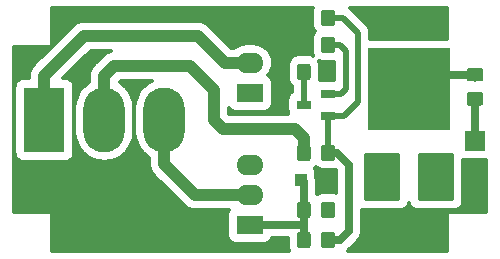
<source format=gbr>
G04 #@! TF.GenerationSoftware,KiCad,Pcbnew,(5.1.2)-2*
G04 #@! TF.CreationDate,2019-11-06T08:40:08+07:00*
G04 #@! TF.ProjectId,ph_vresistor_pos_sensor_board_hw,70685f76-7265-4736-9973-746f725f706f,rev?*
G04 #@! TF.SameCoordinates,Original*
G04 #@! TF.FileFunction,Copper,L1,Top*
G04 #@! TF.FilePolarity,Positive*
%FSLAX46Y46*%
G04 Gerber Fmt 4.6, Leading zero omitted, Abs format (unit mm)*
G04 Created by KiCad (PCBNEW (5.1.2)-2) date 2019-11-06 08:40:08*
%MOMM*%
%LPD*%
G04 APERTURE LIST*
%ADD10R,2.300000X1.624000*%
%ADD11O,2.300000X1.724000*%
%ADD12C,0.100000*%
%ADD13C,1.150000*%
%ADD14R,1.000000X1.000000*%
%ADD15R,2.000000X3.500000*%
%ADD16R,7.000000X7.000000*%
%ADD17C,1.100000*%
%ADD18R,1.700000X1.700000*%
%ADD19O,1.700000X1.700000*%
%ADD20R,3.500000X5.500000*%
%ADD21O,3.500000X5.500000*%
%ADD22R,1.254000X0.800100*%
%ADD23C,1.000000*%
%ADD24C,0.700000*%
%ADD25C,0.500000*%
%ADD26C,1.000000*%
%ADD27C,0.325000*%
G04 APERTURE END LIST*
D10*
X104394000Y-91694000D03*
D11*
X104394000Y-89154000D03*
X104394000Y-86614000D03*
X104394000Y-75438000D03*
X104394000Y-77978000D03*
D10*
X104394000Y-80518000D03*
D12*
G36*
X109306505Y-92265204D02*
G01*
X109330773Y-92268804D01*
X109354572Y-92274765D01*
X109377671Y-92283030D01*
X109399850Y-92293520D01*
X109420893Y-92306132D01*
X109440599Y-92320747D01*
X109458777Y-92337223D01*
X109475253Y-92355401D01*
X109489868Y-92375107D01*
X109502480Y-92396150D01*
X109512970Y-92418329D01*
X109521235Y-92441428D01*
X109527196Y-92465227D01*
X109530796Y-92489495D01*
X109532000Y-92513999D01*
X109532000Y-93414001D01*
X109530796Y-93438505D01*
X109527196Y-93462773D01*
X109521235Y-93486572D01*
X109512970Y-93509671D01*
X109502480Y-93531850D01*
X109489868Y-93552893D01*
X109475253Y-93572599D01*
X109458777Y-93590777D01*
X109440599Y-93607253D01*
X109420893Y-93621868D01*
X109399850Y-93634480D01*
X109377671Y-93644970D01*
X109354572Y-93653235D01*
X109330773Y-93659196D01*
X109306505Y-93662796D01*
X109282001Y-93664000D01*
X108631999Y-93664000D01*
X108607495Y-93662796D01*
X108583227Y-93659196D01*
X108559428Y-93653235D01*
X108536329Y-93644970D01*
X108514150Y-93634480D01*
X108493107Y-93621868D01*
X108473401Y-93607253D01*
X108455223Y-93590777D01*
X108438747Y-93572599D01*
X108424132Y-93552893D01*
X108411520Y-93531850D01*
X108401030Y-93509671D01*
X108392765Y-93486572D01*
X108386804Y-93462773D01*
X108383204Y-93438505D01*
X108382000Y-93414001D01*
X108382000Y-92513999D01*
X108383204Y-92489495D01*
X108386804Y-92465227D01*
X108392765Y-92441428D01*
X108401030Y-92418329D01*
X108411520Y-92396150D01*
X108424132Y-92375107D01*
X108438747Y-92355401D01*
X108455223Y-92337223D01*
X108473401Y-92320747D01*
X108493107Y-92306132D01*
X108514150Y-92293520D01*
X108536329Y-92283030D01*
X108559428Y-92274765D01*
X108583227Y-92268804D01*
X108607495Y-92265204D01*
X108631999Y-92264000D01*
X109282001Y-92264000D01*
X109306505Y-92265204D01*
X109306505Y-92265204D01*
G37*
D13*
X108957000Y-92964000D03*
D12*
G36*
X111356505Y-92265204D02*
G01*
X111380773Y-92268804D01*
X111404572Y-92274765D01*
X111427671Y-92283030D01*
X111449850Y-92293520D01*
X111470893Y-92306132D01*
X111490599Y-92320747D01*
X111508777Y-92337223D01*
X111525253Y-92355401D01*
X111539868Y-92375107D01*
X111552480Y-92396150D01*
X111562970Y-92418329D01*
X111571235Y-92441428D01*
X111577196Y-92465227D01*
X111580796Y-92489495D01*
X111582000Y-92513999D01*
X111582000Y-93414001D01*
X111580796Y-93438505D01*
X111577196Y-93462773D01*
X111571235Y-93486572D01*
X111562970Y-93509671D01*
X111552480Y-93531850D01*
X111539868Y-93552893D01*
X111525253Y-93572599D01*
X111508777Y-93590777D01*
X111490599Y-93607253D01*
X111470893Y-93621868D01*
X111449850Y-93634480D01*
X111427671Y-93644970D01*
X111404572Y-93653235D01*
X111380773Y-93659196D01*
X111356505Y-93662796D01*
X111332001Y-93664000D01*
X110681999Y-93664000D01*
X110657495Y-93662796D01*
X110633227Y-93659196D01*
X110609428Y-93653235D01*
X110586329Y-93644970D01*
X110564150Y-93634480D01*
X110543107Y-93621868D01*
X110523401Y-93607253D01*
X110505223Y-93590777D01*
X110488747Y-93572599D01*
X110474132Y-93552893D01*
X110461520Y-93531850D01*
X110451030Y-93509671D01*
X110442765Y-93486572D01*
X110436804Y-93462773D01*
X110433204Y-93438505D01*
X110432000Y-93414001D01*
X110432000Y-92513999D01*
X110433204Y-92489495D01*
X110436804Y-92465227D01*
X110442765Y-92441428D01*
X110451030Y-92418329D01*
X110461520Y-92396150D01*
X110474132Y-92375107D01*
X110488747Y-92355401D01*
X110505223Y-92337223D01*
X110523401Y-92320747D01*
X110543107Y-92306132D01*
X110564150Y-92293520D01*
X110586329Y-92283030D01*
X110609428Y-92274765D01*
X110633227Y-92268804D01*
X110657495Y-92265204D01*
X110681999Y-92264000D01*
X111332001Y-92264000D01*
X111356505Y-92265204D01*
X111356505Y-92265204D01*
G37*
D13*
X111007000Y-92964000D03*
D12*
G36*
X109306505Y-73469204D02*
G01*
X109330773Y-73472804D01*
X109354572Y-73478765D01*
X109377671Y-73487030D01*
X109399850Y-73497520D01*
X109420893Y-73510132D01*
X109440599Y-73524747D01*
X109458777Y-73541223D01*
X109475253Y-73559401D01*
X109489868Y-73579107D01*
X109502480Y-73600150D01*
X109512970Y-73622329D01*
X109521235Y-73645428D01*
X109527196Y-73669227D01*
X109530796Y-73693495D01*
X109532000Y-73717999D01*
X109532000Y-74618001D01*
X109530796Y-74642505D01*
X109527196Y-74666773D01*
X109521235Y-74690572D01*
X109512970Y-74713671D01*
X109502480Y-74735850D01*
X109489868Y-74756893D01*
X109475253Y-74776599D01*
X109458777Y-74794777D01*
X109440599Y-74811253D01*
X109420893Y-74825868D01*
X109399850Y-74838480D01*
X109377671Y-74848970D01*
X109354572Y-74857235D01*
X109330773Y-74863196D01*
X109306505Y-74866796D01*
X109282001Y-74868000D01*
X108631999Y-74868000D01*
X108607495Y-74866796D01*
X108583227Y-74863196D01*
X108559428Y-74857235D01*
X108536329Y-74848970D01*
X108514150Y-74838480D01*
X108493107Y-74825868D01*
X108473401Y-74811253D01*
X108455223Y-74794777D01*
X108438747Y-74776599D01*
X108424132Y-74756893D01*
X108411520Y-74735850D01*
X108401030Y-74713671D01*
X108392765Y-74690572D01*
X108386804Y-74666773D01*
X108383204Y-74642505D01*
X108382000Y-74618001D01*
X108382000Y-73717999D01*
X108383204Y-73693495D01*
X108386804Y-73669227D01*
X108392765Y-73645428D01*
X108401030Y-73622329D01*
X108411520Y-73600150D01*
X108424132Y-73579107D01*
X108438747Y-73559401D01*
X108455223Y-73541223D01*
X108473401Y-73524747D01*
X108493107Y-73510132D01*
X108514150Y-73497520D01*
X108536329Y-73487030D01*
X108559428Y-73478765D01*
X108583227Y-73472804D01*
X108607495Y-73469204D01*
X108631999Y-73468000D01*
X109282001Y-73468000D01*
X109306505Y-73469204D01*
X109306505Y-73469204D01*
G37*
D13*
X108957000Y-74168000D03*
D12*
G36*
X111356505Y-73469204D02*
G01*
X111380773Y-73472804D01*
X111404572Y-73478765D01*
X111427671Y-73487030D01*
X111449850Y-73497520D01*
X111470893Y-73510132D01*
X111490599Y-73524747D01*
X111508777Y-73541223D01*
X111525253Y-73559401D01*
X111539868Y-73579107D01*
X111552480Y-73600150D01*
X111562970Y-73622329D01*
X111571235Y-73645428D01*
X111577196Y-73669227D01*
X111580796Y-73693495D01*
X111582000Y-73717999D01*
X111582000Y-74618001D01*
X111580796Y-74642505D01*
X111577196Y-74666773D01*
X111571235Y-74690572D01*
X111562970Y-74713671D01*
X111552480Y-74735850D01*
X111539868Y-74756893D01*
X111525253Y-74776599D01*
X111508777Y-74794777D01*
X111490599Y-74811253D01*
X111470893Y-74825868D01*
X111449850Y-74838480D01*
X111427671Y-74848970D01*
X111404572Y-74857235D01*
X111380773Y-74863196D01*
X111356505Y-74866796D01*
X111332001Y-74868000D01*
X110681999Y-74868000D01*
X110657495Y-74866796D01*
X110633227Y-74863196D01*
X110609428Y-74857235D01*
X110586329Y-74848970D01*
X110564150Y-74838480D01*
X110543107Y-74825868D01*
X110523401Y-74811253D01*
X110505223Y-74794777D01*
X110488747Y-74776599D01*
X110474132Y-74756893D01*
X110461520Y-74735850D01*
X110451030Y-74713671D01*
X110442765Y-74690572D01*
X110436804Y-74666773D01*
X110433204Y-74642505D01*
X110432000Y-74618001D01*
X110432000Y-73717999D01*
X110433204Y-73693495D01*
X110436804Y-73669227D01*
X110442765Y-73645428D01*
X110451030Y-73622329D01*
X110461520Y-73600150D01*
X110474132Y-73579107D01*
X110488747Y-73559401D01*
X110505223Y-73541223D01*
X110523401Y-73524747D01*
X110543107Y-73510132D01*
X110564150Y-73497520D01*
X110586329Y-73487030D01*
X110609428Y-73478765D01*
X110633227Y-73472804D01*
X110657495Y-73469204D01*
X110681999Y-73468000D01*
X111332001Y-73468000D01*
X111356505Y-73469204D01*
X111356505Y-73469204D01*
G37*
D13*
X111007000Y-74168000D03*
D12*
G36*
X109306505Y-78041204D02*
G01*
X109330773Y-78044804D01*
X109354572Y-78050765D01*
X109377671Y-78059030D01*
X109399850Y-78069520D01*
X109420893Y-78082132D01*
X109440599Y-78096747D01*
X109458777Y-78113223D01*
X109475253Y-78131401D01*
X109489868Y-78151107D01*
X109502480Y-78172150D01*
X109512970Y-78194329D01*
X109521235Y-78217428D01*
X109527196Y-78241227D01*
X109530796Y-78265495D01*
X109532000Y-78289999D01*
X109532000Y-79190001D01*
X109530796Y-79214505D01*
X109527196Y-79238773D01*
X109521235Y-79262572D01*
X109512970Y-79285671D01*
X109502480Y-79307850D01*
X109489868Y-79328893D01*
X109475253Y-79348599D01*
X109458777Y-79366777D01*
X109440599Y-79383253D01*
X109420893Y-79397868D01*
X109399850Y-79410480D01*
X109377671Y-79420970D01*
X109354572Y-79429235D01*
X109330773Y-79435196D01*
X109306505Y-79438796D01*
X109282001Y-79440000D01*
X108631999Y-79440000D01*
X108607495Y-79438796D01*
X108583227Y-79435196D01*
X108559428Y-79429235D01*
X108536329Y-79420970D01*
X108514150Y-79410480D01*
X108493107Y-79397868D01*
X108473401Y-79383253D01*
X108455223Y-79366777D01*
X108438747Y-79348599D01*
X108424132Y-79328893D01*
X108411520Y-79307850D01*
X108401030Y-79285671D01*
X108392765Y-79262572D01*
X108386804Y-79238773D01*
X108383204Y-79214505D01*
X108382000Y-79190001D01*
X108382000Y-78289999D01*
X108383204Y-78265495D01*
X108386804Y-78241227D01*
X108392765Y-78217428D01*
X108401030Y-78194329D01*
X108411520Y-78172150D01*
X108424132Y-78151107D01*
X108438747Y-78131401D01*
X108455223Y-78113223D01*
X108473401Y-78096747D01*
X108493107Y-78082132D01*
X108514150Y-78069520D01*
X108536329Y-78059030D01*
X108559428Y-78050765D01*
X108583227Y-78044804D01*
X108607495Y-78041204D01*
X108631999Y-78040000D01*
X109282001Y-78040000D01*
X109306505Y-78041204D01*
X109306505Y-78041204D01*
G37*
D13*
X108957000Y-78740000D03*
D12*
G36*
X111356505Y-78041204D02*
G01*
X111380773Y-78044804D01*
X111404572Y-78050765D01*
X111427671Y-78059030D01*
X111449850Y-78069520D01*
X111470893Y-78082132D01*
X111490599Y-78096747D01*
X111508777Y-78113223D01*
X111525253Y-78131401D01*
X111539868Y-78151107D01*
X111552480Y-78172150D01*
X111562970Y-78194329D01*
X111571235Y-78217428D01*
X111577196Y-78241227D01*
X111580796Y-78265495D01*
X111582000Y-78289999D01*
X111582000Y-79190001D01*
X111580796Y-79214505D01*
X111577196Y-79238773D01*
X111571235Y-79262572D01*
X111562970Y-79285671D01*
X111552480Y-79307850D01*
X111539868Y-79328893D01*
X111525253Y-79348599D01*
X111508777Y-79366777D01*
X111490599Y-79383253D01*
X111470893Y-79397868D01*
X111449850Y-79410480D01*
X111427671Y-79420970D01*
X111404572Y-79429235D01*
X111380773Y-79435196D01*
X111356505Y-79438796D01*
X111332001Y-79440000D01*
X110681999Y-79440000D01*
X110657495Y-79438796D01*
X110633227Y-79435196D01*
X110609428Y-79429235D01*
X110586329Y-79420970D01*
X110564150Y-79410480D01*
X110543107Y-79397868D01*
X110523401Y-79383253D01*
X110505223Y-79366777D01*
X110488747Y-79348599D01*
X110474132Y-79328893D01*
X110461520Y-79307850D01*
X110451030Y-79285671D01*
X110442765Y-79262572D01*
X110436804Y-79238773D01*
X110433204Y-79214505D01*
X110432000Y-79190001D01*
X110432000Y-78289999D01*
X110433204Y-78265495D01*
X110436804Y-78241227D01*
X110442765Y-78217428D01*
X110451030Y-78194329D01*
X110461520Y-78172150D01*
X110474132Y-78151107D01*
X110488747Y-78131401D01*
X110505223Y-78113223D01*
X110523401Y-78096747D01*
X110543107Y-78082132D01*
X110564150Y-78069520D01*
X110586329Y-78059030D01*
X110609428Y-78050765D01*
X110633227Y-78044804D01*
X110657495Y-78041204D01*
X110681999Y-78040000D01*
X111332001Y-78040000D01*
X111356505Y-78041204D01*
X111356505Y-78041204D01*
G37*
D13*
X111007000Y-78740000D03*
D14*
X108732000Y-87884000D03*
X111232000Y-87884000D03*
D12*
G36*
X123918505Y-78411204D02*
G01*
X123942773Y-78414804D01*
X123966572Y-78420765D01*
X123989671Y-78429030D01*
X124011850Y-78439520D01*
X124032893Y-78452132D01*
X124052599Y-78466747D01*
X124070777Y-78483223D01*
X124087253Y-78501401D01*
X124101868Y-78521107D01*
X124114480Y-78542150D01*
X124124970Y-78564329D01*
X124133235Y-78587428D01*
X124139196Y-78611227D01*
X124142796Y-78635495D01*
X124144000Y-78659999D01*
X124144000Y-79310001D01*
X124142796Y-79334505D01*
X124139196Y-79358773D01*
X124133235Y-79382572D01*
X124124970Y-79405671D01*
X124114480Y-79427850D01*
X124101868Y-79448893D01*
X124087253Y-79468599D01*
X124070777Y-79486777D01*
X124052599Y-79503253D01*
X124032893Y-79517868D01*
X124011850Y-79530480D01*
X123989671Y-79540970D01*
X123966572Y-79549235D01*
X123942773Y-79555196D01*
X123918505Y-79558796D01*
X123894001Y-79560000D01*
X122993999Y-79560000D01*
X122969495Y-79558796D01*
X122945227Y-79555196D01*
X122921428Y-79549235D01*
X122898329Y-79540970D01*
X122876150Y-79530480D01*
X122855107Y-79517868D01*
X122835401Y-79503253D01*
X122817223Y-79486777D01*
X122800747Y-79468599D01*
X122786132Y-79448893D01*
X122773520Y-79427850D01*
X122763030Y-79405671D01*
X122754765Y-79382572D01*
X122748804Y-79358773D01*
X122745204Y-79334505D01*
X122744000Y-79310001D01*
X122744000Y-78659999D01*
X122745204Y-78635495D01*
X122748804Y-78611227D01*
X122754765Y-78587428D01*
X122763030Y-78564329D01*
X122773520Y-78542150D01*
X122786132Y-78521107D01*
X122800747Y-78501401D01*
X122817223Y-78483223D01*
X122835401Y-78466747D01*
X122855107Y-78452132D01*
X122876150Y-78439520D01*
X122898329Y-78429030D01*
X122921428Y-78420765D01*
X122945227Y-78414804D01*
X122969495Y-78411204D01*
X122993999Y-78410000D01*
X123894001Y-78410000D01*
X123918505Y-78411204D01*
X123918505Y-78411204D01*
G37*
D13*
X123444000Y-78985000D03*
D12*
G36*
X123918505Y-80461204D02*
G01*
X123942773Y-80464804D01*
X123966572Y-80470765D01*
X123989671Y-80479030D01*
X124011850Y-80489520D01*
X124032893Y-80502132D01*
X124052599Y-80516747D01*
X124070777Y-80533223D01*
X124087253Y-80551401D01*
X124101868Y-80571107D01*
X124114480Y-80592150D01*
X124124970Y-80614329D01*
X124133235Y-80637428D01*
X124139196Y-80661227D01*
X124142796Y-80685495D01*
X124144000Y-80709999D01*
X124144000Y-81360001D01*
X124142796Y-81384505D01*
X124139196Y-81408773D01*
X124133235Y-81432572D01*
X124124970Y-81455671D01*
X124114480Y-81477850D01*
X124101868Y-81498893D01*
X124087253Y-81518599D01*
X124070777Y-81536777D01*
X124052599Y-81553253D01*
X124032893Y-81567868D01*
X124011850Y-81580480D01*
X123989671Y-81590970D01*
X123966572Y-81599235D01*
X123942773Y-81605196D01*
X123918505Y-81608796D01*
X123894001Y-81610000D01*
X122993999Y-81610000D01*
X122969495Y-81608796D01*
X122945227Y-81605196D01*
X122921428Y-81599235D01*
X122898329Y-81590970D01*
X122876150Y-81580480D01*
X122855107Y-81567868D01*
X122835401Y-81553253D01*
X122817223Y-81536777D01*
X122800747Y-81518599D01*
X122786132Y-81498893D01*
X122773520Y-81477850D01*
X122763030Y-81455671D01*
X122754765Y-81432572D01*
X122748804Y-81408773D01*
X122745204Y-81384505D01*
X122744000Y-81360001D01*
X122744000Y-80709999D01*
X122745204Y-80685495D01*
X122748804Y-80661227D01*
X122754765Y-80637428D01*
X122763030Y-80614329D01*
X122773520Y-80592150D01*
X122786132Y-80571107D01*
X122800747Y-80551401D01*
X122817223Y-80533223D01*
X122835401Y-80516747D01*
X122855107Y-80502132D01*
X122876150Y-80489520D01*
X122898329Y-80479030D01*
X122921428Y-80470765D01*
X122945227Y-80464804D01*
X122969495Y-80461204D01*
X122993999Y-80460000D01*
X123894001Y-80460000D01*
X123918505Y-80461204D01*
X123918505Y-80461204D01*
G37*
D13*
X123444000Y-81035000D03*
D12*
G36*
X109306505Y-89725204D02*
G01*
X109330773Y-89728804D01*
X109354572Y-89734765D01*
X109377671Y-89743030D01*
X109399850Y-89753520D01*
X109420893Y-89766132D01*
X109440599Y-89780747D01*
X109458777Y-89797223D01*
X109475253Y-89815401D01*
X109489868Y-89835107D01*
X109502480Y-89856150D01*
X109512970Y-89878329D01*
X109521235Y-89901428D01*
X109527196Y-89925227D01*
X109530796Y-89949495D01*
X109532000Y-89973999D01*
X109532000Y-90874001D01*
X109530796Y-90898505D01*
X109527196Y-90922773D01*
X109521235Y-90946572D01*
X109512970Y-90969671D01*
X109502480Y-90991850D01*
X109489868Y-91012893D01*
X109475253Y-91032599D01*
X109458777Y-91050777D01*
X109440599Y-91067253D01*
X109420893Y-91081868D01*
X109399850Y-91094480D01*
X109377671Y-91104970D01*
X109354572Y-91113235D01*
X109330773Y-91119196D01*
X109306505Y-91122796D01*
X109282001Y-91124000D01*
X108631999Y-91124000D01*
X108607495Y-91122796D01*
X108583227Y-91119196D01*
X108559428Y-91113235D01*
X108536329Y-91104970D01*
X108514150Y-91094480D01*
X108493107Y-91081868D01*
X108473401Y-91067253D01*
X108455223Y-91050777D01*
X108438747Y-91032599D01*
X108424132Y-91012893D01*
X108411520Y-90991850D01*
X108401030Y-90969671D01*
X108392765Y-90946572D01*
X108386804Y-90922773D01*
X108383204Y-90898505D01*
X108382000Y-90874001D01*
X108382000Y-89973999D01*
X108383204Y-89949495D01*
X108386804Y-89925227D01*
X108392765Y-89901428D01*
X108401030Y-89878329D01*
X108411520Y-89856150D01*
X108424132Y-89835107D01*
X108438747Y-89815401D01*
X108455223Y-89797223D01*
X108473401Y-89780747D01*
X108493107Y-89766132D01*
X108514150Y-89753520D01*
X108536329Y-89743030D01*
X108559428Y-89734765D01*
X108583227Y-89728804D01*
X108607495Y-89725204D01*
X108631999Y-89724000D01*
X109282001Y-89724000D01*
X109306505Y-89725204D01*
X109306505Y-89725204D01*
G37*
D13*
X108957000Y-90424000D03*
D12*
G36*
X111356505Y-89725204D02*
G01*
X111380773Y-89728804D01*
X111404572Y-89734765D01*
X111427671Y-89743030D01*
X111449850Y-89753520D01*
X111470893Y-89766132D01*
X111490599Y-89780747D01*
X111508777Y-89797223D01*
X111525253Y-89815401D01*
X111539868Y-89835107D01*
X111552480Y-89856150D01*
X111562970Y-89878329D01*
X111571235Y-89901428D01*
X111577196Y-89925227D01*
X111580796Y-89949495D01*
X111582000Y-89973999D01*
X111582000Y-90874001D01*
X111580796Y-90898505D01*
X111577196Y-90922773D01*
X111571235Y-90946572D01*
X111562970Y-90969671D01*
X111552480Y-90991850D01*
X111539868Y-91012893D01*
X111525253Y-91032599D01*
X111508777Y-91050777D01*
X111490599Y-91067253D01*
X111470893Y-91081868D01*
X111449850Y-91094480D01*
X111427671Y-91104970D01*
X111404572Y-91113235D01*
X111380773Y-91119196D01*
X111356505Y-91122796D01*
X111332001Y-91124000D01*
X110681999Y-91124000D01*
X110657495Y-91122796D01*
X110633227Y-91119196D01*
X110609428Y-91113235D01*
X110586329Y-91104970D01*
X110564150Y-91094480D01*
X110543107Y-91081868D01*
X110523401Y-91067253D01*
X110505223Y-91050777D01*
X110488747Y-91032599D01*
X110474132Y-91012893D01*
X110461520Y-90991850D01*
X110451030Y-90969671D01*
X110442765Y-90946572D01*
X110436804Y-90922773D01*
X110433204Y-90898505D01*
X110432000Y-90874001D01*
X110432000Y-89973999D01*
X110433204Y-89949495D01*
X110436804Y-89925227D01*
X110442765Y-89901428D01*
X110451030Y-89878329D01*
X110461520Y-89856150D01*
X110474132Y-89835107D01*
X110488747Y-89815401D01*
X110505223Y-89797223D01*
X110523401Y-89780747D01*
X110543107Y-89766132D01*
X110564150Y-89753520D01*
X110586329Y-89743030D01*
X110609428Y-89734765D01*
X110633227Y-89728804D01*
X110657495Y-89725204D01*
X110681999Y-89724000D01*
X111332001Y-89724000D01*
X111356505Y-89725204D01*
X111356505Y-89725204D01*
G37*
D13*
X111007000Y-90424000D03*
D12*
G36*
X109306505Y-75755204D02*
G01*
X109330773Y-75758804D01*
X109354572Y-75764765D01*
X109377671Y-75773030D01*
X109399850Y-75783520D01*
X109420893Y-75796132D01*
X109440599Y-75810747D01*
X109458777Y-75827223D01*
X109475253Y-75845401D01*
X109489868Y-75865107D01*
X109502480Y-75886150D01*
X109512970Y-75908329D01*
X109521235Y-75931428D01*
X109527196Y-75955227D01*
X109530796Y-75979495D01*
X109532000Y-76003999D01*
X109532000Y-76904001D01*
X109530796Y-76928505D01*
X109527196Y-76952773D01*
X109521235Y-76976572D01*
X109512970Y-76999671D01*
X109502480Y-77021850D01*
X109489868Y-77042893D01*
X109475253Y-77062599D01*
X109458777Y-77080777D01*
X109440599Y-77097253D01*
X109420893Y-77111868D01*
X109399850Y-77124480D01*
X109377671Y-77134970D01*
X109354572Y-77143235D01*
X109330773Y-77149196D01*
X109306505Y-77152796D01*
X109282001Y-77154000D01*
X108631999Y-77154000D01*
X108607495Y-77152796D01*
X108583227Y-77149196D01*
X108559428Y-77143235D01*
X108536329Y-77134970D01*
X108514150Y-77124480D01*
X108493107Y-77111868D01*
X108473401Y-77097253D01*
X108455223Y-77080777D01*
X108438747Y-77062599D01*
X108424132Y-77042893D01*
X108411520Y-77021850D01*
X108401030Y-76999671D01*
X108392765Y-76976572D01*
X108386804Y-76952773D01*
X108383204Y-76928505D01*
X108382000Y-76904001D01*
X108382000Y-76003999D01*
X108383204Y-75979495D01*
X108386804Y-75955227D01*
X108392765Y-75931428D01*
X108401030Y-75908329D01*
X108411520Y-75886150D01*
X108424132Y-75865107D01*
X108438747Y-75845401D01*
X108455223Y-75827223D01*
X108473401Y-75810747D01*
X108493107Y-75796132D01*
X108514150Y-75783520D01*
X108536329Y-75773030D01*
X108559428Y-75764765D01*
X108583227Y-75758804D01*
X108607495Y-75755204D01*
X108631999Y-75754000D01*
X109282001Y-75754000D01*
X109306505Y-75755204D01*
X109306505Y-75755204D01*
G37*
D13*
X108957000Y-76454000D03*
D12*
G36*
X111356505Y-75755204D02*
G01*
X111380773Y-75758804D01*
X111404572Y-75764765D01*
X111427671Y-75773030D01*
X111449850Y-75783520D01*
X111470893Y-75796132D01*
X111490599Y-75810747D01*
X111508777Y-75827223D01*
X111525253Y-75845401D01*
X111539868Y-75865107D01*
X111552480Y-75886150D01*
X111562970Y-75908329D01*
X111571235Y-75931428D01*
X111577196Y-75955227D01*
X111580796Y-75979495D01*
X111582000Y-76003999D01*
X111582000Y-76904001D01*
X111580796Y-76928505D01*
X111577196Y-76952773D01*
X111571235Y-76976572D01*
X111562970Y-76999671D01*
X111552480Y-77021850D01*
X111539868Y-77042893D01*
X111525253Y-77062599D01*
X111508777Y-77080777D01*
X111490599Y-77097253D01*
X111470893Y-77111868D01*
X111449850Y-77124480D01*
X111427671Y-77134970D01*
X111404572Y-77143235D01*
X111380773Y-77149196D01*
X111356505Y-77152796D01*
X111332001Y-77154000D01*
X110681999Y-77154000D01*
X110657495Y-77152796D01*
X110633227Y-77149196D01*
X110609428Y-77143235D01*
X110586329Y-77134970D01*
X110564150Y-77124480D01*
X110543107Y-77111868D01*
X110523401Y-77097253D01*
X110505223Y-77080777D01*
X110488747Y-77062599D01*
X110474132Y-77042893D01*
X110461520Y-77021850D01*
X110451030Y-76999671D01*
X110442765Y-76976572D01*
X110436804Y-76952773D01*
X110433204Y-76928505D01*
X110432000Y-76904001D01*
X110432000Y-76003999D01*
X110433204Y-75979495D01*
X110436804Y-75955227D01*
X110442765Y-75931428D01*
X110451030Y-75908329D01*
X110461520Y-75886150D01*
X110474132Y-75865107D01*
X110488747Y-75845401D01*
X110505223Y-75827223D01*
X110523401Y-75810747D01*
X110543107Y-75796132D01*
X110564150Y-75783520D01*
X110586329Y-75773030D01*
X110609428Y-75764765D01*
X110633227Y-75758804D01*
X110657495Y-75755204D01*
X110681999Y-75754000D01*
X111332001Y-75754000D01*
X111356505Y-75755204D01*
X111356505Y-75755204D01*
G37*
D13*
X111007000Y-76454000D03*
D12*
G36*
X109306505Y-84899204D02*
G01*
X109330773Y-84902804D01*
X109354572Y-84908765D01*
X109377671Y-84917030D01*
X109399850Y-84927520D01*
X109420893Y-84940132D01*
X109440599Y-84954747D01*
X109458777Y-84971223D01*
X109475253Y-84989401D01*
X109489868Y-85009107D01*
X109502480Y-85030150D01*
X109512970Y-85052329D01*
X109521235Y-85075428D01*
X109527196Y-85099227D01*
X109530796Y-85123495D01*
X109532000Y-85147999D01*
X109532000Y-86048001D01*
X109530796Y-86072505D01*
X109527196Y-86096773D01*
X109521235Y-86120572D01*
X109512970Y-86143671D01*
X109502480Y-86165850D01*
X109489868Y-86186893D01*
X109475253Y-86206599D01*
X109458777Y-86224777D01*
X109440599Y-86241253D01*
X109420893Y-86255868D01*
X109399850Y-86268480D01*
X109377671Y-86278970D01*
X109354572Y-86287235D01*
X109330773Y-86293196D01*
X109306505Y-86296796D01*
X109282001Y-86298000D01*
X108631999Y-86298000D01*
X108607495Y-86296796D01*
X108583227Y-86293196D01*
X108559428Y-86287235D01*
X108536329Y-86278970D01*
X108514150Y-86268480D01*
X108493107Y-86255868D01*
X108473401Y-86241253D01*
X108455223Y-86224777D01*
X108438747Y-86206599D01*
X108424132Y-86186893D01*
X108411520Y-86165850D01*
X108401030Y-86143671D01*
X108392765Y-86120572D01*
X108386804Y-86096773D01*
X108383204Y-86072505D01*
X108382000Y-86048001D01*
X108382000Y-85147999D01*
X108383204Y-85123495D01*
X108386804Y-85099227D01*
X108392765Y-85075428D01*
X108401030Y-85052329D01*
X108411520Y-85030150D01*
X108424132Y-85009107D01*
X108438747Y-84989401D01*
X108455223Y-84971223D01*
X108473401Y-84954747D01*
X108493107Y-84940132D01*
X108514150Y-84927520D01*
X108536329Y-84917030D01*
X108559428Y-84908765D01*
X108583227Y-84902804D01*
X108607495Y-84899204D01*
X108631999Y-84898000D01*
X109282001Y-84898000D01*
X109306505Y-84899204D01*
X109306505Y-84899204D01*
G37*
D13*
X108957000Y-85598000D03*
D12*
G36*
X111356505Y-84899204D02*
G01*
X111380773Y-84902804D01*
X111404572Y-84908765D01*
X111427671Y-84917030D01*
X111449850Y-84927520D01*
X111470893Y-84940132D01*
X111490599Y-84954747D01*
X111508777Y-84971223D01*
X111525253Y-84989401D01*
X111539868Y-85009107D01*
X111552480Y-85030150D01*
X111562970Y-85052329D01*
X111571235Y-85075428D01*
X111577196Y-85099227D01*
X111580796Y-85123495D01*
X111582000Y-85147999D01*
X111582000Y-86048001D01*
X111580796Y-86072505D01*
X111577196Y-86096773D01*
X111571235Y-86120572D01*
X111562970Y-86143671D01*
X111552480Y-86165850D01*
X111539868Y-86186893D01*
X111525253Y-86206599D01*
X111508777Y-86224777D01*
X111490599Y-86241253D01*
X111470893Y-86255868D01*
X111449850Y-86268480D01*
X111427671Y-86278970D01*
X111404572Y-86287235D01*
X111380773Y-86293196D01*
X111356505Y-86296796D01*
X111332001Y-86298000D01*
X110681999Y-86298000D01*
X110657495Y-86296796D01*
X110633227Y-86293196D01*
X110609428Y-86287235D01*
X110586329Y-86278970D01*
X110564150Y-86268480D01*
X110543107Y-86255868D01*
X110523401Y-86241253D01*
X110505223Y-86224777D01*
X110488747Y-86206599D01*
X110474132Y-86186893D01*
X110461520Y-86165850D01*
X110451030Y-86143671D01*
X110442765Y-86120572D01*
X110436804Y-86096773D01*
X110433204Y-86072505D01*
X110432000Y-86048001D01*
X110432000Y-85147999D01*
X110433204Y-85123495D01*
X110436804Y-85099227D01*
X110442765Y-85075428D01*
X110451030Y-85052329D01*
X110461520Y-85030150D01*
X110474132Y-85009107D01*
X110488747Y-84989401D01*
X110505223Y-84971223D01*
X110523401Y-84954747D01*
X110543107Y-84940132D01*
X110564150Y-84927520D01*
X110586329Y-84917030D01*
X110609428Y-84908765D01*
X110633227Y-84902804D01*
X110657495Y-84899204D01*
X110681999Y-84898000D01*
X111332001Y-84898000D01*
X111356505Y-84899204D01*
X111356505Y-84899204D01*
G37*
D13*
X111007000Y-85598000D03*
D15*
X115556000Y-87633000D03*
X120136000Y-87633000D03*
D16*
X117856000Y-80233000D03*
D17*
X115856000Y-82058000D03*
X115856000Y-81058000D03*
X115856000Y-80058000D03*
X115856000Y-79058000D03*
X115856000Y-78058000D03*
X116856000Y-78058000D03*
X116856000Y-79058000D03*
X116856000Y-80058000D03*
X116856000Y-81058000D03*
X116856000Y-82058000D03*
X117856000Y-78058000D03*
X117856000Y-79058000D03*
X117856000Y-80058000D03*
X117856000Y-81058000D03*
X117856000Y-82058000D03*
X118856000Y-78058000D03*
X118856000Y-79058000D03*
X118856000Y-80058000D03*
X118856000Y-81058000D03*
X118856000Y-82058000D03*
X119856000Y-78058000D03*
X119856000Y-79058000D03*
X119856000Y-80058000D03*
X119856000Y-81058000D03*
X119856000Y-82058000D03*
D18*
X123444000Y-84582000D03*
D19*
X123444000Y-87122000D03*
D20*
X86995000Y-82816700D03*
D21*
X92075000Y-82816700D03*
X97155000Y-82816700D03*
D22*
X110982760Y-82484000D03*
X110982760Y-80584000D03*
X108982000Y-81534000D03*
D23*
X116332000Y-88646000D03*
X114808000Y-88646000D03*
X116332000Y-86614000D03*
X114808000Y-86614000D03*
X108712000Y-87884000D03*
X115570000Y-87630000D03*
X119000000Y-93500000D03*
X117750000Y-93500000D03*
X115250000Y-92250000D03*
X116500000Y-93500000D03*
X120250000Y-92250000D03*
X116500000Y-92250000D03*
X115250000Y-93500000D03*
X119000000Y-92250000D03*
X120250000Y-93500000D03*
X117750000Y-92250000D03*
X111252000Y-87884000D03*
X110998000Y-78740000D03*
X85000000Y-77500000D03*
X85000000Y-78750000D03*
X89500000Y-73750000D03*
X90750000Y-73750000D03*
X92000000Y-73750000D03*
X93250000Y-73750000D03*
X94500000Y-73750000D03*
X95750000Y-73750000D03*
X97000000Y-73750000D03*
X98250000Y-73750000D03*
X99500000Y-73750000D03*
X100750000Y-73750000D03*
X120250000Y-73750000D03*
X119000000Y-73750000D03*
X117750000Y-73750000D03*
X116500000Y-73750000D03*
X115250000Y-73750000D03*
X120250000Y-75000000D03*
X119000000Y-75000000D03*
X117750000Y-75000000D03*
X116500000Y-75000000D03*
X115250000Y-75000000D03*
X120904000Y-86614000D03*
X119380000Y-86614000D03*
X110998000Y-90424000D03*
X119380000Y-88646000D03*
X120904000Y-88646000D03*
X120142000Y-87630000D03*
D24*
X104394000Y-91694000D02*
X108957000Y-91694000D01*
X108957000Y-92964000D02*
X108957000Y-90424000D01*
X108957000Y-88109000D02*
X108712000Y-87884000D01*
X108957000Y-90424000D02*
X108957000Y-88109000D01*
X108712000Y-87884000D02*
X108732000Y-87884000D01*
X112014000Y-92964000D02*
X111007000Y-92964000D01*
X112776000Y-92202000D02*
X112014000Y-92964000D01*
X112776000Y-86614000D02*
X112776000Y-92202000D01*
X111007000Y-85598000D02*
X111760000Y-85598000D01*
X111760000Y-85598000D02*
X112776000Y-86614000D01*
D25*
X112334000Y-82484000D02*
X110982760Y-82484000D01*
X113538000Y-81280000D02*
X112334000Y-82484000D01*
X113538000Y-75438000D02*
X113538000Y-81280000D01*
X111007000Y-74168000D02*
X112268000Y-74168000D01*
X112268000Y-74168000D02*
X113538000Y-75438000D01*
X111007000Y-82508240D02*
X110982760Y-82484000D01*
X111007000Y-85598000D02*
X111007000Y-82508240D01*
D24*
X108966000Y-78740000D02*
X108957000Y-78740000D01*
D25*
X108957000Y-81509000D02*
X108982000Y-81534000D01*
X108957000Y-78740000D02*
X108957000Y-81509000D01*
D24*
X119104000Y-78985000D02*
X117856000Y-80233000D01*
X123444000Y-78985000D02*
X119104000Y-78985000D01*
X123444000Y-81035000D02*
X123444000Y-84582000D01*
D25*
X112109760Y-80584000D02*
X110982760Y-80584000D01*
X112522000Y-80171760D02*
X112109760Y-80584000D01*
X112522000Y-76962000D02*
X112522000Y-80171760D01*
X111007000Y-76454000D02*
X112014000Y-76454000D01*
X112014000Y-76454000D02*
X112522000Y-76962000D01*
D26*
X102244000Y-77978000D02*
X104394000Y-77978000D01*
X99958000Y-75692000D02*
X102244000Y-77978000D01*
X90369700Y-75692000D02*
X99958000Y-75692000D01*
X86995000Y-82816700D02*
X86995000Y-79066700D01*
X86995000Y-79066700D02*
X90369700Y-75692000D01*
X108957000Y-84319000D02*
X108957000Y-85598000D01*
X108204000Y-83566000D02*
X108957000Y-84319000D01*
X102108000Y-83566000D02*
X108204000Y-83566000D01*
X92075000Y-82816700D02*
X92075000Y-79066700D01*
X92909700Y-78232000D02*
X99314000Y-78232000D01*
X99314000Y-78232000D02*
X101346000Y-80264000D01*
X101346000Y-80264000D02*
X101346000Y-82804000D01*
X92075000Y-79066700D02*
X92909700Y-78232000D01*
X101346000Y-82804000D02*
X102108000Y-83566000D01*
X102244000Y-89154000D02*
X104394000Y-89154000D01*
X99742300Y-89154000D02*
X102244000Y-89154000D01*
X97155000Y-86566700D02*
X99742300Y-89154000D01*
X97155000Y-82816700D02*
X97155000Y-86566700D01*
D27*
G36*
X116931500Y-89499500D02*
G01*
X114208500Y-89499500D01*
X114208500Y-85760500D01*
X116931500Y-85760500D01*
X116931500Y-89499500D01*
X116931500Y-89499500D01*
G37*
X116931500Y-89499500D02*
X114208500Y-89499500D01*
X114208500Y-85760500D01*
X116931500Y-85760500D01*
X116931500Y-89499500D01*
G36*
X121503500Y-89499500D02*
G01*
X118780500Y-89499500D01*
X118780500Y-85760500D01*
X121503500Y-85760500D01*
X121503500Y-89499500D01*
X121503500Y-89499500D01*
G37*
X121503500Y-89499500D02*
X118780500Y-89499500D01*
X118780500Y-85760500D01*
X121503500Y-85760500D01*
X121503500Y-89499500D01*
G36*
X122594000Y-86223310D02*
G01*
X124294000Y-86223310D01*
X124412501Y-86211639D01*
X124412501Y-90587500D01*
X121250000Y-90587500D01*
X121218298Y-90590622D01*
X121187814Y-90599870D01*
X121159720Y-90614886D01*
X121135095Y-90635095D01*
X121114886Y-90659720D01*
X121099870Y-90687814D01*
X121090622Y-90718298D01*
X121087500Y-90750000D01*
X121087500Y-93904500D01*
X112661047Y-93904500D01*
X112822225Y-93772225D01*
X112857844Y-93728823D01*
X113540823Y-93045844D01*
X113584225Y-93010225D01*
X113681103Y-92892179D01*
X113726372Y-92837019D01*
X113803946Y-92691887D01*
X113831997Y-92639408D01*
X113897041Y-92424989D01*
X113913500Y-92257874D01*
X113913500Y-92257864D01*
X113919002Y-92202000D01*
X113913500Y-92146136D01*
X113913500Y-90436450D01*
X114046000Y-90449500D01*
X117094000Y-90449500D01*
X117247634Y-90434368D01*
X117395363Y-90389555D01*
X117531512Y-90316782D01*
X117650847Y-90218847D01*
X117748782Y-90099512D01*
X117821555Y-89963363D01*
X117856000Y-89849813D01*
X117890445Y-89963363D01*
X117963218Y-90099512D01*
X118061153Y-90218847D01*
X118180488Y-90316782D01*
X118316637Y-90389555D01*
X118464366Y-90434368D01*
X118618000Y-90449500D01*
X121666000Y-90449500D01*
X121819634Y-90434368D01*
X121967363Y-90389555D01*
X122103512Y-90316782D01*
X122222847Y-90218847D01*
X122320782Y-90099512D01*
X122393555Y-89963363D01*
X122438368Y-89815634D01*
X122453500Y-89662000D01*
X122453500Y-86209472D01*
X122594000Y-86223310D01*
X122594000Y-86223310D01*
G37*
X122594000Y-86223310D02*
X124294000Y-86223310D01*
X124412501Y-86211639D01*
X124412501Y-90587500D01*
X121250000Y-90587500D01*
X121218298Y-90590622D01*
X121187814Y-90599870D01*
X121159720Y-90614886D01*
X121135095Y-90635095D01*
X121114886Y-90659720D01*
X121099870Y-90687814D01*
X121090622Y-90718298D01*
X121087500Y-90750000D01*
X121087500Y-93904500D01*
X112661047Y-93904500D01*
X112822225Y-93772225D01*
X112857844Y-93728823D01*
X113540823Y-93045844D01*
X113584225Y-93010225D01*
X113681103Y-92892179D01*
X113726372Y-92837019D01*
X113803946Y-92691887D01*
X113831997Y-92639408D01*
X113897041Y-92424989D01*
X113913500Y-92257874D01*
X113913500Y-92257864D01*
X113919002Y-92202000D01*
X113913500Y-92146136D01*
X113913500Y-90436450D01*
X114046000Y-90449500D01*
X117094000Y-90449500D01*
X117247634Y-90434368D01*
X117395363Y-90389555D01*
X117531512Y-90316782D01*
X117650847Y-90218847D01*
X117748782Y-90099512D01*
X117821555Y-89963363D01*
X117856000Y-89849813D01*
X117890445Y-89963363D01*
X117963218Y-90099512D01*
X118061153Y-90218847D01*
X118180488Y-90316782D01*
X118316637Y-90389555D01*
X118464366Y-90434368D01*
X118618000Y-90449500D01*
X121666000Y-90449500D01*
X121819634Y-90434368D01*
X121967363Y-90389555D01*
X122103512Y-90316782D01*
X122222847Y-90218847D01*
X122320782Y-90099512D01*
X122393555Y-89963363D01*
X122438368Y-89815634D01*
X122453500Y-89662000D01*
X122453500Y-86209472D01*
X122594000Y-86223310D01*
G36*
X109660698Y-73514850D02*
G01*
X109640690Y-73717999D01*
X109640690Y-74618001D01*
X109660698Y-74821150D01*
X109719955Y-75016493D01*
X109816182Y-75196521D01*
X109910132Y-75311000D01*
X109816182Y-75425479D01*
X109719955Y-75605507D01*
X109660698Y-75800850D01*
X109640690Y-76003999D01*
X109640690Y-76904001D01*
X109660698Y-77107150D01*
X109719955Y-77302493D01*
X109754792Y-77367669D01*
X109680493Y-77327955D01*
X109485150Y-77268698D01*
X109282001Y-77248690D01*
X108631999Y-77248690D01*
X108428850Y-77268698D01*
X108233507Y-77327955D01*
X108053479Y-77424182D01*
X107895682Y-77553682D01*
X107766182Y-77711479D01*
X107669955Y-77891507D01*
X107610698Y-78086850D01*
X107590690Y-78289999D01*
X107590690Y-79190001D01*
X107610698Y-79393150D01*
X107669955Y-79588493D01*
X107766182Y-79768521D01*
X107895682Y-79926318D01*
X107919500Y-79945865D01*
X107919501Y-80473793D01*
X107915372Y-80476000D01*
X107795459Y-80574409D01*
X107697050Y-80694322D01*
X107623925Y-80831129D01*
X107578895Y-80979573D01*
X107563690Y-81133950D01*
X107563690Y-81934050D01*
X107578895Y-82088427D01*
X107623925Y-82236871D01*
X107646176Y-82278500D01*
X102641299Y-82278500D01*
X102633500Y-82270701D01*
X102633500Y-81827447D01*
X102684459Y-81889541D01*
X102804372Y-81987950D01*
X102941179Y-82061075D01*
X103089623Y-82106105D01*
X103244000Y-82121310D01*
X105544000Y-82121310D01*
X105698377Y-82106105D01*
X105846821Y-82061075D01*
X105983628Y-81987950D01*
X106103541Y-81889541D01*
X106201950Y-81769628D01*
X106275075Y-81632821D01*
X106320105Y-81484377D01*
X106335310Y-81330000D01*
X106335310Y-79706000D01*
X106320105Y-79551623D01*
X106275075Y-79403179D01*
X106201950Y-79266372D01*
X106103541Y-79146459D01*
X105983628Y-79048050D01*
X105951702Y-79030985D01*
X106060145Y-78898847D01*
X106213313Y-78612291D01*
X106307633Y-78301359D01*
X106339481Y-77978000D01*
X106307633Y-77654641D01*
X106213313Y-77343709D01*
X106060145Y-77057153D01*
X105854016Y-76805984D01*
X105602847Y-76599855D01*
X105316291Y-76446687D01*
X105005359Y-76352367D01*
X104763033Y-76328500D01*
X104024967Y-76328500D01*
X103782641Y-76352367D01*
X103471709Y-76446687D01*
X103185153Y-76599855D01*
X103074702Y-76690500D01*
X102777300Y-76690500D01*
X100913127Y-74826328D01*
X100872805Y-74777195D01*
X100676757Y-74616304D01*
X100453089Y-74496750D01*
X100210394Y-74423130D01*
X100021243Y-74404500D01*
X100021240Y-74404500D01*
X99958000Y-74398271D01*
X99894760Y-74404500D01*
X90432943Y-74404500D01*
X90369700Y-74398271D01*
X90306457Y-74404500D01*
X90117306Y-74423130D01*
X89874611Y-74496750D01*
X89650943Y-74616304D01*
X89454895Y-74777195D01*
X89414577Y-74826323D01*
X86129324Y-78111577D01*
X86080196Y-78151895D01*
X86039881Y-78201020D01*
X85919304Y-78347943D01*
X85799750Y-78571612D01*
X85726131Y-78814307D01*
X85701271Y-79066700D01*
X85707501Y-79129950D01*
X85707501Y-79275390D01*
X85245000Y-79275390D01*
X85090623Y-79290595D01*
X84942179Y-79335625D01*
X84805372Y-79408750D01*
X84685459Y-79507159D01*
X84587050Y-79627072D01*
X84513925Y-79763879D01*
X84468895Y-79912323D01*
X84453690Y-80066700D01*
X84453690Y-85566700D01*
X84468895Y-85721077D01*
X84513925Y-85869521D01*
X84587050Y-86006328D01*
X84685459Y-86126241D01*
X84805372Y-86224650D01*
X84942179Y-86297775D01*
X85090623Y-86342805D01*
X85245000Y-86358010D01*
X88745000Y-86358010D01*
X88899377Y-86342805D01*
X89047821Y-86297775D01*
X89184628Y-86224650D01*
X89304541Y-86126241D01*
X89402950Y-86006328D01*
X89476075Y-85869521D01*
X89521105Y-85721077D01*
X89536310Y-85566700D01*
X89536310Y-80066700D01*
X89521105Y-79912323D01*
X89476075Y-79763879D01*
X89402950Y-79627072D01*
X89304541Y-79507159D01*
X89184628Y-79408750D01*
X89047821Y-79335625D01*
X88899377Y-79290595D01*
X88745000Y-79275390D01*
X88607109Y-79275390D01*
X90903000Y-76979500D01*
X92603341Y-76979500D01*
X92426340Y-77033192D01*
X92414611Y-77036750D01*
X92190942Y-77156304D01*
X92138667Y-77199205D01*
X91994895Y-77317195D01*
X91954573Y-77366328D01*
X91209324Y-78111577D01*
X91160196Y-78151895D01*
X91119881Y-78201020D01*
X90999304Y-78347943D01*
X90879750Y-78571612D01*
X90806131Y-78814307D01*
X90781271Y-79066700D01*
X90787501Y-79129950D01*
X90787501Y-79627643D01*
X90658420Y-79696638D01*
X90272035Y-80013735D01*
X89954938Y-80400121D01*
X89719313Y-80840944D01*
X89574216Y-81319264D01*
X89537500Y-81692050D01*
X89537500Y-83941351D01*
X89574216Y-84314137D01*
X89719313Y-84792457D01*
X89954938Y-85233280D01*
X90272036Y-85619665D01*
X90658421Y-85936762D01*
X91099244Y-86172387D01*
X91577564Y-86317484D01*
X92075000Y-86366477D01*
X92572437Y-86317484D01*
X93050757Y-86172387D01*
X93491580Y-85936762D01*
X93877965Y-85619665D01*
X94195062Y-85233280D01*
X94430687Y-84792457D01*
X94575784Y-84314137D01*
X94612500Y-83941351D01*
X94612500Y-81692049D01*
X94575784Y-81319263D01*
X94430687Y-80840943D01*
X94195062Y-80400120D01*
X93877965Y-80013735D01*
X93491579Y-79696638D01*
X93362500Y-79627644D01*
X93362500Y-79599999D01*
X93442999Y-79519500D01*
X96069822Y-79519500D01*
X95738420Y-79696638D01*
X95352035Y-80013735D01*
X95034938Y-80400121D01*
X94799313Y-80840944D01*
X94654216Y-81319264D01*
X94617500Y-81692050D01*
X94617500Y-83941351D01*
X94654216Y-84314137D01*
X94799313Y-84792457D01*
X95034938Y-85233280D01*
X95352036Y-85619665D01*
X95738421Y-85936762D01*
X95867501Y-86005757D01*
X95867501Y-86503450D01*
X95861271Y-86566700D01*
X95878420Y-86740808D01*
X95886131Y-86819094D01*
X95900624Y-86866870D01*
X95959750Y-87061788D01*
X96079304Y-87285457D01*
X96139249Y-87358500D01*
X96240196Y-87481505D01*
X96289324Y-87521823D01*
X98787177Y-90019677D01*
X98827495Y-90068805D01*
X98988590Y-90201011D01*
X99023543Y-90229696D01*
X99247211Y-90349250D01*
X99489906Y-90422870D01*
X99742300Y-90447729D01*
X99805543Y-90441500D01*
X102586766Y-90441500D01*
X102586050Y-90442372D01*
X102512925Y-90579179D01*
X102467895Y-90727623D01*
X102452690Y-90882000D01*
X102452690Y-92506000D01*
X102467895Y-92660377D01*
X102512925Y-92808821D01*
X102586050Y-92945628D01*
X102684459Y-93065541D01*
X102804372Y-93163950D01*
X102941179Y-93237075D01*
X103089623Y-93282105D01*
X103244000Y-93297310D01*
X105544000Y-93297310D01*
X105698377Y-93282105D01*
X105846821Y-93237075D01*
X105983628Y-93163950D01*
X106103541Y-93065541D01*
X106201950Y-92945628D01*
X106262953Y-92831500D01*
X107590690Y-92831500D01*
X107590690Y-93414001D01*
X107610698Y-93617150D01*
X107669955Y-93812493D01*
X107719134Y-93904500D01*
X87662500Y-93904500D01*
X87662500Y-90750000D01*
X87659378Y-90718298D01*
X87650130Y-90687814D01*
X87635114Y-90659720D01*
X87614905Y-90635095D01*
X87590280Y-90614886D01*
X87562186Y-90599870D01*
X87531702Y-90590622D01*
X87500000Y-90587500D01*
X84403500Y-90587500D01*
X84403500Y-76662500D01*
X87500000Y-76662500D01*
X87531702Y-76659378D01*
X87562186Y-76650130D01*
X87590280Y-76635114D01*
X87614905Y-76614905D01*
X87635114Y-76590280D01*
X87650130Y-76562186D01*
X87659378Y-76531702D01*
X87662500Y-76500000D01*
X87662500Y-73337500D01*
X109714497Y-73337500D01*
X109660698Y-73514850D01*
X109660698Y-73514850D01*
G37*
X109660698Y-73514850D02*
X109640690Y-73717999D01*
X109640690Y-74618001D01*
X109660698Y-74821150D01*
X109719955Y-75016493D01*
X109816182Y-75196521D01*
X109910132Y-75311000D01*
X109816182Y-75425479D01*
X109719955Y-75605507D01*
X109660698Y-75800850D01*
X109640690Y-76003999D01*
X109640690Y-76904001D01*
X109660698Y-77107150D01*
X109719955Y-77302493D01*
X109754792Y-77367669D01*
X109680493Y-77327955D01*
X109485150Y-77268698D01*
X109282001Y-77248690D01*
X108631999Y-77248690D01*
X108428850Y-77268698D01*
X108233507Y-77327955D01*
X108053479Y-77424182D01*
X107895682Y-77553682D01*
X107766182Y-77711479D01*
X107669955Y-77891507D01*
X107610698Y-78086850D01*
X107590690Y-78289999D01*
X107590690Y-79190001D01*
X107610698Y-79393150D01*
X107669955Y-79588493D01*
X107766182Y-79768521D01*
X107895682Y-79926318D01*
X107919500Y-79945865D01*
X107919501Y-80473793D01*
X107915372Y-80476000D01*
X107795459Y-80574409D01*
X107697050Y-80694322D01*
X107623925Y-80831129D01*
X107578895Y-80979573D01*
X107563690Y-81133950D01*
X107563690Y-81934050D01*
X107578895Y-82088427D01*
X107623925Y-82236871D01*
X107646176Y-82278500D01*
X102641299Y-82278500D01*
X102633500Y-82270701D01*
X102633500Y-81827447D01*
X102684459Y-81889541D01*
X102804372Y-81987950D01*
X102941179Y-82061075D01*
X103089623Y-82106105D01*
X103244000Y-82121310D01*
X105544000Y-82121310D01*
X105698377Y-82106105D01*
X105846821Y-82061075D01*
X105983628Y-81987950D01*
X106103541Y-81889541D01*
X106201950Y-81769628D01*
X106275075Y-81632821D01*
X106320105Y-81484377D01*
X106335310Y-81330000D01*
X106335310Y-79706000D01*
X106320105Y-79551623D01*
X106275075Y-79403179D01*
X106201950Y-79266372D01*
X106103541Y-79146459D01*
X105983628Y-79048050D01*
X105951702Y-79030985D01*
X106060145Y-78898847D01*
X106213313Y-78612291D01*
X106307633Y-78301359D01*
X106339481Y-77978000D01*
X106307633Y-77654641D01*
X106213313Y-77343709D01*
X106060145Y-77057153D01*
X105854016Y-76805984D01*
X105602847Y-76599855D01*
X105316291Y-76446687D01*
X105005359Y-76352367D01*
X104763033Y-76328500D01*
X104024967Y-76328500D01*
X103782641Y-76352367D01*
X103471709Y-76446687D01*
X103185153Y-76599855D01*
X103074702Y-76690500D01*
X102777300Y-76690500D01*
X100913127Y-74826328D01*
X100872805Y-74777195D01*
X100676757Y-74616304D01*
X100453089Y-74496750D01*
X100210394Y-74423130D01*
X100021243Y-74404500D01*
X100021240Y-74404500D01*
X99958000Y-74398271D01*
X99894760Y-74404500D01*
X90432943Y-74404500D01*
X90369700Y-74398271D01*
X90306457Y-74404500D01*
X90117306Y-74423130D01*
X89874611Y-74496750D01*
X89650943Y-74616304D01*
X89454895Y-74777195D01*
X89414577Y-74826323D01*
X86129324Y-78111577D01*
X86080196Y-78151895D01*
X86039881Y-78201020D01*
X85919304Y-78347943D01*
X85799750Y-78571612D01*
X85726131Y-78814307D01*
X85701271Y-79066700D01*
X85707501Y-79129950D01*
X85707501Y-79275390D01*
X85245000Y-79275390D01*
X85090623Y-79290595D01*
X84942179Y-79335625D01*
X84805372Y-79408750D01*
X84685459Y-79507159D01*
X84587050Y-79627072D01*
X84513925Y-79763879D01*
X84468895Y-79912323D01*
X84453690Y-80066700D01*
X84453690Y-85566700D01*
X84468895Y-85721077D01*
X84513925Y-85869521D01*
X84587050Y-86006328D01*
X84685459Y-86126241D01*
X84805372Y-86224650D01*
X84942179Y-86297775D01*
X85090623Y-86342805D01*
X85245000Y-86358010D01*
X88745000Y-86358010D01*
X88899377Y-86342805D01*
X89047821Y-86297775D01*
X89184628Y-86224650D01*
X89304541Y-86126241D01*
X89402950Y-86006328D01*
X89476075Y-85869521D01*
X89521105Y-85721077D01*
X89536310Y-85566700D01*
X89536310Y-80066700D01*
X89521105Y-79912323D01*
X89476075Y-79763879D01*
X89402950Y-79627072D01*
X89304541Y-79507159D01*
X89184628Y-79408750D01*
X89047821Y-79335625D01*
X88899377Y-79290595D01*
X88745000Y-79275390D01*
X88607109Y-79275390D01*
X90903000Y-76979500D01*
X92603341Y-76979500D01*
X92426340Y-77033192D01*
X92414611Y-77036750D01*
X92190942Y-77156304D01*
X92138667Y-77199205D01*
X91994895Y-77317195D01*
X91954573Y-77366328D01*
X91209324Y-78111577D01*
X91160196Y-78151895D01*
X91119881Y-78201020D01*
X90999304Y-78347943D01*
X90879750Y-78571612D01*
X90806131Y-78814307D01*
X90781271Y-79066700D01*
X90787501Y-79129950D01*
X90787501Y-79627643D01*
X90658420Y-79696638D01*
X90272035Y-80013735D01*
X89954938Y-80400121D01*
X89719313Y-80840944D01*
X89574216Y-81319264D01*
X89537500Y-81692050D01*
X89537500Y-83941351D01*
X89574216Y-84314137D01*
X89719313Y-84792457D01*
X89954938Y-85233280D01*
X90272036Y-85619665D01*
X90658421Y-85936762D01*
X91099244Y-86172387D01*
X91577564Y-86317484D01*
X92075000Y-86366477D01*
X92572437Y-86317484D01*
X93050757Y-86172387D01*
X93491580Y-85936762D01*
X93877965Y-85619665D01*
X94195062Y-85233280D01*
X94430687Y-84792457D01*
X94575784Y-84314137D01*
X94612500Y-83941351D01*
X94612500Y-81692049D01*
X94575784Y-81319263D01*
X94430687Y-80840943D01*
X94195062Y-80400120D01*
X93877965Y-80013735D01*
X93491579Y-79696638D01*
X93362500Y-79627644D01*
X93362500Y-79599999D01*
X93442999Y-79519500D01*
X96069822Y-79519500D01*
X95738420Y-79696638D01*
X95352035Y-80013735D01*
X95034938Y-80400121D01*
X94799313Y-80840944D01*
X94654216Y-81319264D01*
X94617500Y-81692050D01*
X94617500Y-83941351D01*
X94654216Y-84314137D01*
X94799313Y-84792457D01*
X95034938Y-85233280D01*
X95352036Y-85619665D01*
X95738421Y-85936762D01*
X95867501Y-86005757D01*
X95867501Y-86503450D01*
X95861271Y-86566700D01*
X95878420Y-86740808D01*
X95886131Y-86819094D01*
X95900624Y-86866870D01*
X95959750Y-87061788D01*
X96079304Y-87285457D01*
X96139249Y-87358500D01*
X96240196Y-87481505D01*
X96289324Y-87521823D01*
X98787177Y-90019677D01*
X98827495Y-90068805D01*
X98988590Y-90201011D01*
X99023543Y-90229696D01*
X99247211Y-90349250D01*
X99489906Y-90422870D01*
X99742300Y-90447729D01*
X99805543Y-90441500D01*
X102586766Y-90441500D01*
X102586050Y-90442372D01*
X102512925Y-90579179D01*
X102467895Y-90727623D01*
X102452690Y-90882000D01*
X102452690Y-92506000D01*
X102467895Y-92660377D01*
X102512925Y-92808821D01*
X102586050Y-92945628D01*
X102684459Y-93065541D01*
X102804372Y-93163950D01*
X102941179Y-93237075D01*
X103089623Y-93282105D01*
X103244000Y-93297310D01*
X105544000Y-93297310D01*
X105698377Y-93282105D01*
X105846821Y-93237075D01*
X105983628Y-93163950D01*
X106103541Y-93065541D01*
X106201950Y-92945628D01*
X106262953Y-92831500D01*
X107590690Y-92831500D01*
X107590690Y-93414001D01*
X107610698Y-93617150D01*
X107669955Y-93812493D01*
X107719134Y-93904500D01*
X87662500Y-93904500D01*
X87662500Y-90750000D01*
X87659378Y-90718298D01*
X87650130Y-90687814D01*
X87635114Y-90659720D01*
X87614905Y-90635095D01*
X87590280Y-90614886D01*
X87562186Y-90599870D01*
X87531702Y-90590622D01*
X87500000Y-90587500D01*
X84403500Y-90587500D01*
X84403500Y-76662500D01*
X87500000Y-76662500D01*
X87531702Y-76659378D01*
X87562186Y-76650130D01*
X87590280Y-76635114D01*
X87614905Y-76614905D01*
X87635114Y-76590280D01*
X87650130Y-76562186D01*
X87659378Y-76531702D01*
X87662500Y-76500000D01*
X87662500Y-73337500D01*
X109714497Y-73337500D01*
X109660698Y-73514850D01*
G36*
X110103479Y-86913818D02*
G01*
X110283507Y-87010045D01*
X110478850Y-87069302D01*
X110681999Y-87089310D01*
X111332001Y-87089310D01*
X111535150Y-87069302D01*
X111602273Y-87048940D01*
X111638500Y-87085168D01*
X111638500Y-88984049D01*
X111535150Y-88952698D01*
X111332001Y-88932690D01*
X110681999Y-88932690D01*
X110478850Y-88952698D01*
X110283507Y-89011955D01*
X110103479Y-89108182D01*
X110094500Y-89115551D01*
X110094500Y-88140627D01*
X110098969Y-88060405D01*
X110086653Y-87973451D01*
X110078041Y-87886011D01*
X110070963Y-87862679D01*
X110067546Y-87838553D01*
X110038504Y-87755675D01*
X110023310Y-87705589D01*
X110023310Y-87384000D01*
X110008105Y-87229623D01*
X109963075Y-87081179D01*
X109889950Y-86944372D01*
X109863123Y-86911683D01*
X109982000Y-86814123D01*
X110103479Y-86913818D01*
X110103479Y-86913818D01*
G37*
X110103479Y-86913818D02*
X110283507Y-87010045D01*
X110478850Y-87069302D01*
X110681999Y-87089310D01*
X111332001Y-87089310D01*
X111535150Y-87069302D01*
X111602273Y-87048940D01*
X111638500Y-87085168D01*
X111638500Y-88984049D01*
X111535150Y-88952698D01*
X111332001Y-88932690D01*
X110681999Y-88932690D01*
X110478850Y-88952698D01*
X110283507Y-89011955D01*
X110103479Y-89108182D01*
X110094500Y-89115551D01*
X110094500Y-88140627D01*
X110098969Y-88060405D01*
X110086653Y-87973451D01*
X110078041Y-87886011D01*
X110070963Y-87862679D01*
X110067546Y-87838553D01*
X110038504Y-87755675D01*
X110023310Y-87705589D01*
X110023310Y-87384000D01*
X110008105Y-87229623D01*
X109963075Y-87081179D01*
X109889950Y-86944372D01*
X109863123Y-86911683D01*
X109982000Y-86814123D01*
X110103479Y-86913818D01*
G36*
X110283507Y-77866045D02*
G01*
X110478850Y-77925302D01*
X110681999Y-77945310D01*
X111332001Y-77945310D01*
X111484500Y-77930290D01*
X111484501Y-79392640D01*
X110355760Y-79392640D01*
X110301846Y-79397950D01*
X110303302Y-79393150D01*
X110323310Y-79190001D01*
X110323310Y-78289999D01*
X110303302Y-78086850D01*
X110244045Y-77891507D01*
X110209208Y-77826331D01*
X110283507Y-77866045D01*
X110283507Y-77866045D01*
G37*
X110283507Y-77866045D02*
X110478850Y-77925302D01*
X110681999Y-77945310D01*
X111332001Y-77945310D01*
X111484500Y-77930290D01*
X111484501Y-79392640D01*
X110355760Y-79392640D01*
X110301846Y-79397950D01*
X110303302Y-79393150D01*
X110323310Y-79190001D01*
X110323310Y-78289999D01*
X110303302Y-78086850D01*
X110244045Y-77891507D01*
X110209208Y-77826331D01*
X110283507Y-77866045D01*
G36*
X121087500Y-75941690D02*
G01*
X114575500Y-75941690D01*
X114575500Y-75488960D01*
X114580519Y-75437999D01*
X114575500Y-75387039D01*
X114575500Y-75387032D01*
X114560488Y-75234614D01*
X114501163Y-75039045D01*
X114404824Y-74858807D01*
X114275173Y-74700827D01*
X114235579Y-74668333D01*
X113037667Y-73470421D01*
X113005173Y-73430827D01*
X112891454Y-73337500D01*
X121087500Y-73337500D01*
X121087500Y-75941690D01*
X121087500Y-75941690D01*
G37*
X121087500Y-75941690D02*
X114575500Y-75941690D01*
X114575500Y-75488960D01*
X114580519Y-75437999D01*
X114575500Y-75387039D01*
X114575500Y-75387032D01*
X114560488Y-75234614D01*
X114501163Y-75039045D01*
X114404824Y-74858807D01*
X114275173Y-74700827D01*
X114235579Y-74668333D01*
X113037667Y-73470421D01*
X113005173Y-73430827D01*
X112891454Y-73337500D01*
X121087500Y-73337500D01*
X121087500Y-75941690D01*
M02*

</source>
